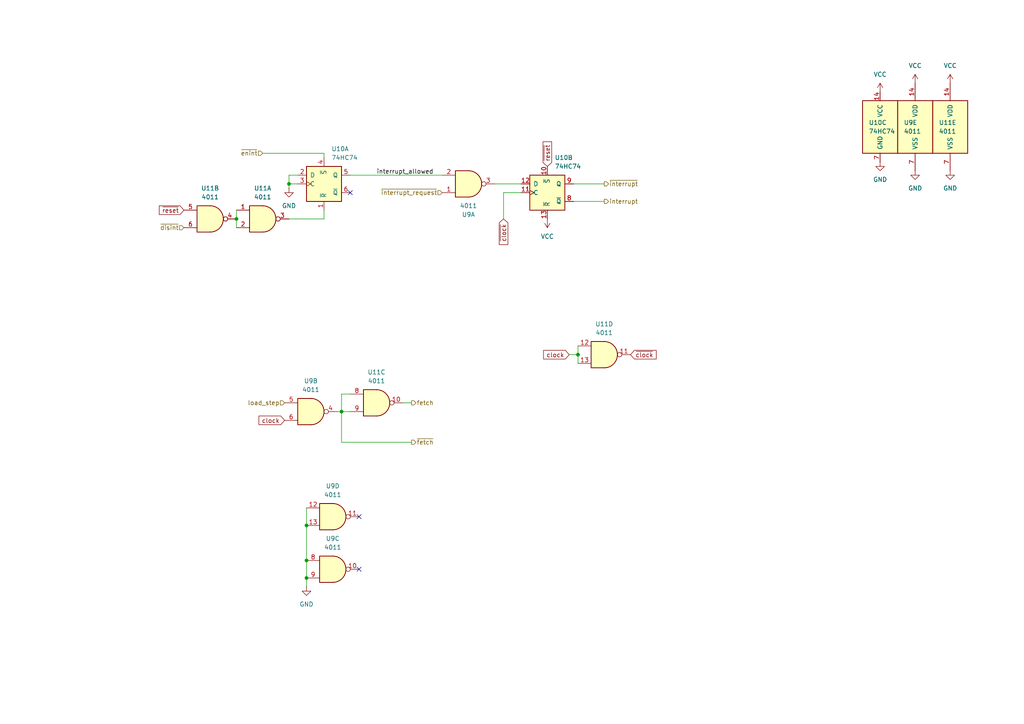
<source format=kicad_sch>
(kicad_sch (version 20250114) (generator "eeschema") (generator_version "9.0")
  (paper "A4")
  (title_block (title "PC-12 Sequencer and Instruction Register") (rev "A"))
  (lib_symbols
    (symbol "4xxx:4011" (pin_names (offset 1.016))
      (property "Reference" "U" (at 0 1.27 0))
      (property "Value" "4011" (at 0 -1.27 0))
      (symbol "4011_1_1"
        (arc (start 0 3.81) (mid 3.7934 0) (end 0 -3.81) (stroke (width 0.254)) (fill (type background)))
        (polyline (pts (xy 0 3.81) (xy -3.81 3.81) (xy -3.81 -3.81) (xy 0 -3.81)) (stroke (width 0.254)) (fill (type background)))
        (pin input line (at -7.62 2.54 0) (length 3.81) (name "~") (number "1"))
        (pin input line (at -7.62 -2.54 0) (length 3.81) (name "~") (number "2"))
        (pin output inverted (at 7.62 0 180) (length 3.81) (name "~") (number "3"))
      )
      (symbol "4011_1_2"
        (arc (start -3.81 3.81) (mid -2.589 0) (end -3.81 -3.81) (stroke (width 0.254)))
        (polyline (pts (xy -3.81 3.81) (xy -0.635 3.81)) (stroke (width 0.254)) (fill (type background)))
        (polyline (pts (xy -3.81 -3.81) (xy -0.635 -3.81)) (stroke (width 0.254)) (fill (type background)))
        (arc (start 3.81 0) (mid 2.1855 -2.584) (end -0.6096 -3.81) (stroke (width 0.254)) (fill (type background)))
        (arc (start -0.6096 3.81) (mid 2.1928 2.5924) (end 3.81 0) (stroke (width 0.254)) (fill (type background)))
        (polyline (pts (xy -0.635 3.81) (xy -3.81 3.81) (xy -3.81 3.81) (xy -3.556 3.4036) (xy -3.0226 2.2606) (xy -2.6924 1.0414) (xy -2.6162 -0.254) (xy -2.7686 -1.4986) (xy -3.175 -2.7178) (xy -3.81 -3.81) (xy -3.81 -3.81) (xy -0.635 -3.81)) (stroke (width -25.4)) (fill (type background)))
        (pin input inverted (at -7.62 2.54 0) (length 4.318) (name "~") (number "1"))
        (pin input inverted (at -7.62 -2.54 0) (length 4.318) (name "~") (number "2"))
        (pin output line (at 7.62 0 180) (length 3.81) (name "~") (number "3"))
      )
      (symbol "4011_2_1"
        (arc (start 0 3.81) (mid 3.7934 0) (end 0 -3.81) (stroke (width 0.254)) (fill (type background)))
        (polyline (pts (xy 0 3.81) (xy -3.81 3.81) (xy -3.81 -3.81) (xy 0 -3.81)) (stroke (width 0.254)) (fill (type background)))
        (pin input line (at -7.62 2.54 0) (length 3.81) (name "~") (number "5"))
        (pin input line (at -7.62 -2.54 0) (length 3.81) (name "~") (number "6"))
        (pin output inverted (at 7.62 0 180) (length 3.81) (name "~") (number "4"))
      )
      (symbol "4011_2_2"
        (arc (start -3.81 3.81) (mid -2.589 0) (end -3.81 -3.81) (stroke (width 0.254)))
        (polyline (pts (xy -3.81 3.81) (xy -0.635 3.81)) (stroke (width 0.254)) (fill (type background)))
        (polyline (pts (xy -3.81 -3.81) (xy -0.635 -3.81)) (stroke (width 0.254)) (fill (type background)))
        (arc (start 3.81 0) (mid 2.1855 -2.584) (end -0.6096 -3.81) (stroke (width 0.254)) (fill (type background)))
        (arc (start -0.6096 3.81) (mid 2.1928 2.5924) (end 3.81 0) (stroke (width 0.254)) (fill (type background)))
        (polyline (pts (xy -0.635 3.81) (xy -3.81 3.81) (xy -3.81 3.81) (xy -3.556 3.4036) (xy -3.0226 2.2606) (xy -2.6924 1.0414) (xy -2.6162 -0.254) (xy -2.7686 -1.4986) (xy -3.175 -2.7178) (xy -3.81 -3.81) (xy -3.81 -3.81) (xy -0.635 -3.81)) (stroke (width -25.4)) (fill (type background)))
        (pin input inverted (at -7.62 2.54 0) (length 4.318) (name "~") (number "5"))
        (pin input inverted (at -7.62 -2.54 0) (length 4.318) (name "~") (number "6"))
        (pin output line (at 7.62 0 180) (length 3.81) (name "~") (number "4"))
      )
      (symbol "4011_3_1"
        (arc (start 0 3.81) (mid 3.7934 0) (end 0 -3.81) (stroke (width 0.254)) (fill (type background)))
        (polyline (pts (xy 0 3.81) (xy -3.81 3.81) (xy -3.81 -3.81) (xy 0 -3.81)) (stroke (width 0.254)) (fill (type background)))
        (pin input line (at -7.62 2.54 0) (length 3.81) (name "~") (number "8"))
        (pin input line (at -7.62 -2.54 0) (length 3.81) (name "~") (number "9"))
        (pin output inverted (at 7.62 0 180) (length 3.81) (name "~") (number "10"))
      )
      (symbol "4011_3_2"
        (arc (start -3.81 3.81) (mid -2.589 0) (end -3.81 -3.81) (stroke (width 0.254)))
        (polyline (pts (xy -3.81 3.81) (xy -0.635 3.81)) (stroke (width 0.254)) (fill (type background)))
        (polyline (pts (xy -3.81 -3.81) (xy -0.635 -3.81)) (stroke (width 0.254)) (fill (type background)))
        (arc (start 3.81 0) (mid 2.1855 -2.584) (end -0.6096 -3.81) (stroke (width 0.254)) (fill (type background)))
        (arc (start -0.6096 3.81) (mid 2.1928 2.5924) (end 3.81 0) (stroke (width 0.254)) (fill (type background)))
        (polyline (pts (xy -0.635 3.81) (xy -3.81 3.81) (xy -3.81 3.81) (xy -3.556 3.4036) (xy -3.0226 2.2606) (xy -2.6924 1.0414) (xy -2.6162 -0.254) (xy -2.7686 -1.4986) (xy -3.175 -2.7178) (xy -3.81 -3.81) (xy -3.81 -3.81) (xy -0.635 -3.81)) (stroke (width -25.4)) (fill (type background)))
        (pin input inverted (at -7.62 2.54 0) (length 4.318) (name "~") (number "8"))
        (pin input inverted (at -7.62 -2.54 0) (length 4.318) (name "~") (number "9"))
        (pin output line (at 7.62 0 180) (length 3.81) (name "~") (number "10"))
      )
      (symbol "4011_4_1"
        (arc (start 0 3.81) (mid 3.7934 0) (end 0 -3.81) (stroke (width 0.254)) (fill (type background)))
        (polyline (pts (xy 0 3.81) (xy -3.81 3.81) (xy -3.81 -3.81) (xy 0 -3.81)) (stroke (width 0.254)) (fill (type background)))
        (pin input line (at -7.62 2.54 0) (length 3.81) (name "~") (number "12"))
        (pin input line (at -7.62 -2.54 0) (length 3.81) (name "~") (number "13"))
        (pin output inverted (at 7.62 0 180) (length 3.81) (name "~") (number "11"))
      )
      (symbol "4011_4_2"
        (arc (start -3.81 3.81) (mid -2.589 0) (end -3.81 -3.81) (stroke (width 0.254)))
        (polyline (pts (xy -3.81 3.81) (xy -0.635 3.81)) (stroke (width 0.254)) (fill (type background)))
        (polyline (pts (xy -3.81 -3.81) (xy -0.635 -3.81)) (stroke (width 0.254)) (fill (type background)))
        (arc (start 3.81 0) (mid 2.1855 -2.584) (end -0.6096 -3.81) (stroke (width 0.254)) (fill (type background)))
        (arc (start -0.6096 3.81) (mid 2.1928 2.5924) (end 3.81 0) (stroke (width 0.254)) (fill (type background)))
        (polyline (pts (xy -0.635 3.81) (xy -3.81 3.81) (xy -3.81 3.81) (xy -3.556 3.4036) (xy -3.0226 2.2606) (xy -2.6924 1.0414) (xy -2.6162 -0.254) (xy -2.7686 -1.4986) (xy -3.175 -2.7178) (xy -3.81 -3.81) (xy -3.81 -3.81) (xy -0.635 -3.81)) (stroke (width -25.4)) (fill (type background)))
        (pin input inverted (at -7.62 2.54 0) (length 4.318) (name "~") (number "12"))
        (pin input inverted (at -7.62 -2.54 0) (length 4.318) (name "~") (number "13"))
        (pin output line (at 7.62 0 180) (length 3.81) (name "~") (number "11"))
      )
      (symbol "4011_5_0"
        (pin power_in line (at 0 12.7 270) (length 5.08) (name "VDD") (number "14"))
        (pin power_in line (at 0 -12.7 90) (length 5.08) (name "VSS") (number "7"))
      )
      (symbol "4011_5_1"
        (rectangle (start -5.08 7.62) (end 5.08 -7.62) (stroke (width 0.254)) (fill (type background)))
      )
    )
    (symbol "74xx:74HC74" (pin_names (offset 1.016))
      (property "Reference" "U" (at -7.62 8.89 0))
      (property "Value" "74HC74" (at -7.62 -8.89 0))
      (symbol "74HC74_1_0"
        (pin input line (at -7.62 2.54 0) (length 2.54) (name "D") (number "2"))
        (pin input clock (at -7.62 0 0) (length 2.54) (name "C") (number "3"))
        (pin input line (at 0 7.62 270) (length 2.54) (name "~{S}") (number "4"))
        (pin input line (at 0 -7.62 90) (length 2.54) (name "~{R}") (number "1"))
        (pin output line (at 7.62 2.54 180) (length 2.54) (name "Q") (number "5"))
        (pin output line (at 7.62 -2.54 180) (length 2.54) (name "~{Q}") (number "6"))
      )
      (symbol "74HC74_1_1"
        (rectangle (start -5.08 5.08) (end 5.08 -5.08) (stroke (width 0.254)) (fill (type background)))
      )
      (symbol "74HC74_2_0"
        (pin input line (at -7.62 2.54 0) (length 2.54) (name "D") (number "12"))
        (pin input clock (at -7.62 0 0) (length 2.54) (name "C") (number "11"))
        (pin input line (at 0 7.62 270) (length 2.54) (name "~{S}") (number "10"))
        (pin input line (at 0 -7.62 90) (length 2.54) (name "~{R}") (number "13"))
        (pin output line (at 7.62 2.54 180) (length 2.54) (name "Q") (number "9"))
        (pin output line (at 7.62 -2.54 180) (length 2.54) (name "~{Q}") (number "8"))
      )
      (symbol "74HC74_2_1"
        (rectangle (start -5.08 5.08) (end 5.08 -5.08) (stroke (width 0.254)) (fill (type background)))
      )
      (symbol "74HC74_3_0"
        (pin power_in line (at 0 10.16 270) (length 2.54) (name "VCC") (number "14"))
        (pin power_in line (at 0 -10.16 90) (length 2.54) (name "GND") (number "7"))
      )
      (symbol "74HC74_3_1"
        (rectangle (start -5.08 7.62) (end 5.08 -7.62) (stroke (width 0.254)) (fill (type background)))
      )
    )
    (symbol "power:GND" (power) (pin_numbers (hide yes)) (pin_names (offset 0) (hide yes))
      (property "Value" "GND" (at 0 -3.81 0))
      (symbol "GND_0_1"
        (polyline (pts (xy 0 0) (xy 0 -1.27) (xy 1.27 -1.27) (xy 0 -2.54) (xy -1.27 -1.27) (xy 0 -1.27)))
      )
      (symbol "GND_1_1"
        (pin power_in line (at 0 0 270) (length 0) (name "~") (number "1"))
      )
    )
    (symbol "power:VCC" (power) (pin_numbers (hide yes)) (pin_names (offset 0) (hide yes))
      (property "Value" "VCC" (at 0 3.556 0))
      (symbol "VCC_0_1"
        (polyline (pts (xy -0.762 1.27) (xy 0 2.54)))
        (polyline (pts (xy 0 2.54) (xy 0.762 1.27)))
        (polyline (pts (xy 0 0) (xy 0 2.54)))
      )
      (symbol "VCC_1_1"
        (pin power_in line (at 0 0 90) (length 0) (name "~") (number "1"))
      )
    )
  )
  (junction (at 167.64 102.87))
  (junction (at 68.58 63.5))
  (junction (at 99.06 119.38))
  (junction (at 88.9 162.56))
  (junction (at 88.9 152.4))
  (junction (at 88.9 167.64))
  (junction (at 83.82 53.34))
  (no_connect (at 104.14 149.86))
  (no_connect (at 101.6 55.88))
  (no_connect (at 104.14 165.1))
  (wire (pts (xy 86.36 50.8) (xy 83.82 50.8)))
  (wire (pts (xy 93.98 45.72) (xy 93.98 44.45)))
  (wire (pts (xy 83.82 53.34) (xy 86.36 53.34)))
  (wire (pts (xy 83.82 50.8) (xy 83.82 53.34)))
  (wire (pts (xy 167.64 102.87) (xy 167.64 105.41)))
  (wire (pts (xy 101.6 114.3) (xy 99.06 114.3)))
  (wire (pts (xy 99.06 114.3) (xy 99.06 119.38)))
  (wire (pts (xy 88.9 152.4) (xy 88.9 162.56)))
  (wire (pts (xy 175.26 53.34) (xy 166.37 53.34)))
  (wire (pts (xy 88.9 162.56) (xy 88.9 167.64)))
  (wire (pts (xy 68.58 60.96) (xy 68.58 63.5)))
  (wire (pts (xy 99.06 119.38) (xy 101.6 119.38)))
  (wire (pts (xy 88.9 147.32) (xy 88.9 152.4)))
  (wire (pts (xy 97.79 119.38) (xy 99.06 119.38)))
  (wire (pts (xy 83.82 53.34) (xy 83.82 54.61)))
  (wire (pts (xy 175.26 58.42) (xy 166.37 58.42)))
  (wire (pts (xy 99.06 128.27) (xy 119.38 128.27)))
  (wire (pts (xy 116.84 116.84) (xy 119.38 116.84)))
  (wire (pts (xy 146.05 55.88) (xy 146.05 63.5)))
  (wire (pts (xy 165.1 102.87) (xy 167.64 102.87)))
  (wire (pts (xy 101.6 50.8) (xy 128.27 50.8)))
  (wire (pts (xy 83.82 63.5) (xy 93.98 63.5)))
  (wire (pts (xy 93.98 60.96) (xy 93.98 63.5)))
  (wire (pts (xy 99.06 119.38) (xy 99.06 128.27)))
  (wire (pts (xy 88.9 167.64) (xy 88.9 170.18)))
  (wire (pts (xy 143.51 53.34) (xy 151.13 53.34)))
  (wire (pts (xy 68.58 63.5) (xy 68.58 66.04)))
  (wire (pts (xy 151.13 55.88) (xy 146.05 55.88)))
  (wire (pts (xy 93.98 44.45) (xy 76.2 44.45)))
  (wire (pts (xy 167.64 100.33) (xy 167.64 102.87)))
  (label "interrupt_allowed" (at 109.22 50.8 0))
  (global_label "~{clock}" (shape input) (at 182.88 102.87 0) (property "Intersheetrefs" "${INTERSHEET_REFS}" (effects (hide yes))))
  (global_label "~{reset}" (shape input) (at 53.34 60.96 180) (property "Intersheetrefs" "${INTERSHEET_REFS}" (effects (hide yes))))
  (global_label "~{reset}" (shape input) (at 158.75 48.26 90) (property "Intersheetrefs" "${INTERSHEET_REFS}" (effects (hide yes))))
  (global_label "clock" (shape input) (at 165.1 102.87 180) (property "Intersheetrefs" "${INTERSHEET_REFS}" (effects (hide yes))))
  (global_label "~{clock}" (shape input) (at 146.05 63.5 270) (property "Intersheetrefs" "${INTERSHEET_REFS}" (effects (hide yes))))
  (global_label "clock" (shape input) (at 82.55 121.92 180) (property "Intersheetrefs" "${INTERSHEET_REFS}" (effects (hide yes))))
  (hierarchical_label "interrupt" (shape output) (at 175.26 58.42 0))
  (hierarchical_label "fetch" (shape output) (at 119.38 116.84 0))
  (hierarchical_label "~{interrupt}" (shape output) (at 175.26 53.34 0))
  (hierarchical_label "~{enint}" (shape input) (at 76.2 44.45 180))
  (hierarchical_label "~{interrupt_request}" (shape input) (at 128.27 55.88 180))
  (hierarchical_label "~{disint}" (shape input) (at 53.34 66.04 180))
  (hierarchical_label "load_step" (shape input) (at 82.55 116.84 180))
  (hierarchical_label "~{fetch}" (shape output) (at 119.38 128.27 0))
  (symbol (lib_id "4xxx:4011") (at 275.59 36.83 0) (unit 5)
    (property "Reference" "U11" (at 272.288 35.56 0) (effects (justify left)))
    (property "Value" "4011" (at 272.288 38.1 0) (effects (justify left)))
    (property "Footprint" "Package_DIP:DIP-14_W7.62mm" (effects (hide yes)))
    (property "Datasheet" "http://www.intersil.com/content/dam/Intersil/documents/cd40/cd4011bms-12bms-23bms.pdf" (effects (hide yes)))
    (property "Description" "Quad Nand 2 inputs" (effects (hide yes)))
  )
  (symbol (lib_id "4xxx:4011") (at 96.52 149.86 0) (unit 4)
    (property "Reference" "U9" (at 96.5117 140.97 0))
    (property "Value" "4011" (at 96.5117 143.51 0))
    (property "Footprint" "Package_DIP:DIP-14_W7.62mm" (effects (hide yes)))
    (property "Datasheet" "http://www.intersil.com/content/dam/Intersil/documents/cd40/cd4011bms-12bms-23bms.pdf" (effects (hide yes)))
    (property "Description" "Quad Nand 2 inputs" (effects (hide yes)))
  )
  (symbol (lib_id "4xxx:4011") (at 135.89 53.34 0) (mirror x) (unit 1)
    (property "Reference" "U9" (at 135.8817 62.23 0))
    (property "Value" "4011" (at 135.8817 59.69 0))
    (property "Footprint" "Package_DIP:DIP-14_W7.62mm" (effects (hide yes)))
    (property "Datasheet" "http://www.intersil.com/content/dam/Intersil/documents/cd40/cd4011bms-12bms-23bms.pdf" (effects (hide yes)))
    (property "Description" "Quad Nand 2 inputs" (effects (hide yes)))
  )
  (symbol (lib_id "4xxx:4011") (at 60.96 63.5 0) (unit 2)
    (property "Reference" "U11" (at 60.9517 54.61 0))
    (property "Value" "4011" (at 60.9517 57.15 0))
    (property "Footprint" "Package_DIP:DIP-14_W7.62mm" (effects (hide yes)))
    (property "Datasheet" "http://www.intersil.com/content/dam/Intersil/documents/cd40/cd4011bms-12bms-23bms.pdf" (effects (hide yes)))
    (property "Description" "Quad Nand 2 inputs" (effects (hide yes)))
  )
  (symbol (lib_id "power:VCC") (at 275.59 24.13 0) (unit 1)
    (property "Reference" "#PWR028" (effects (hide yes)))
    (property "Value" "VCC" (at 275.59 19.05 0))
    (property "Description" "Power symbol creates a global label with name \"VCC\"" (effects (hide yes)))
  )
  (symbol (lib_id "power:GND") (at 83.82 54.61 0) (unit 1)
    (property "Reference" "#PWR029" (effects (hide yes)))
    (property "Value" "GND" (at 83.82 59.69 0))
    (property "Description" "Power symbol creates a global label with name \"GND\" , ground" (effects (hide yes)))
  )
  (symbol (lib_id "74xx:74HC74") (at 255.27 36.83 0) (unit 3)
    (property "Reference" "U10" (at 251.968 35.56 0) (effects (justify left)))
    (property "Value" "74HC74" (at 251.968 38.1 0) (effects (justify left)))
    (property "Footprint" "Package_DIP:DIP-14_W7.62mm" (effects (hide yes)))
    (property "Datasheet" "74xx/74hc_hct74.pdf" (effects (hide yes)))
    (property "Description" "Dual D Flip-flop, Set & Reset" (effects (hide yes)))
  )
  (symbol (lib_id "74xx:74HC74") (at 93.98 53.34 0) (unit 1)
    (property "Reference" "U10" (at 96.1233 43.18 0) (effects (justify left)))
    (property "Value" "74HC74" (at 96.1233 45.72 0) (effects (justify left)))
    (property "Footprint" "Package_DIP:DIP-14_W7.62mm" (effects (hide yes)))
    (property "Datasheet" "74xx/74hc_hct74.pdf" (effects (hide yes)))
    (property "Description" "Dual D Flip-flop, Set & Reset" (effects (hide yes)))
  )
  (symbol (lib_id "power:GND") (at 88.9 170.18 0) (unit 1)
    (property "Reference" "#PWR034" (effects (hide yes)))
    (property "Value" "GND" (at 88.9 175.26 0))
    (property "Description" "Power symbol creates a global label with name \"GND\" , ground" (effects (hide yes)))
  )
  (symbol (lib_id "power:VCC") (at 265.43 24.13 0) (unit 1)
    (property "Reference" "#PWR020" (effects (hide yes)))
    (property "Value" "VCC" (at 265.43 19.05 0))
    (property "Description" "Power symbol creates a global label with name \"VCC\"" (effects (hide yes)))
  )
  (symbol (lib_id "4xxx:4011") (at 76.2 63.5 0) (unit 1)
    (property "Reference" "U11" (at 76.1917 54.61 0))
    (property "Value" "4011" (at 76.1917 57.15 0))
    (property "Footprint" "Package_DIP:DIP-14_W7.62mm" (effects (hide yes)))
    (property "Datasheet" "http://www.intersil.com/content/dam/Intersil/documents/cd40/cd4011bms-12bms-23bms.pdf" (effects (hide yes)))
    (property "Description" "Quad Nand 2 inputs" (effects (hide yes)))
  )
  (symbol (lib_id "4xxx:4011") (at 175.26 102.87 0) (unit 4)
    (property "Reference" "U11" (at 175.2517 93.98 0))
    (property "Value" "4011" (at 175.2517 96.52 0))
    (property "Footprint" "Package_DIP:DIP-14_W7.62mm" (effects (hide yes)))
    (property "Datasheet" "http://www.intersil.com/content/dam/Intersil/documents/cd40/cd4011bms-12bms-23bms.pdf" (effects (hide yes)))
    (property "Description" "Quad Nand 2 inputs" (effects (hide yes)))
  )
  (symbol (lib_id "power:GND") (at 265.43 49.53 0) (unit 1)
    (property "Reference" "#PWR025" (effects (hide yes)))
    (property "Value" "GND" (at 265.43 54.61 0))
    (property "Description" "Power symbol creates a global label with name \"GND\" , ground" (effects (hide yes)))
  )
  (symbol (lib_id "4xxx:4011") (at 109.22 116.84 0) (unit 3)
    (property "Reference" "U11" (at 109.2117 107.95 0))
    (property "Value" "4011" (at 109.2117 110.49 0))
    (property "Footprint" "Package_DIP:DIP-14_W7.62mm" (effects (hide yes)))
    (property "Datasheet" "http://www.intersil.com/content/dam/Intersil/documents/cd40/cd4011bms-12bms-23bms.pdf" (effects (hide yes)))
    (property "Description" "Quad Nand 2 inputs" (effects (hide yes)))
  )
  (symbol (lib_id "4xxx:4011") (at 265.43 36.83 0) (unit 5)
    (property "Reference" "U9" (at 262.128 35.56 0) (effects (justify left)))
    (property "Value" "4011" (at 262.128 38.1 0) (effects (justify left)))
    (property "Footprint" "Package_DIP:DIP-14_W7.62mm" (effects (hide yes)))
    (property "Datasheet" "http://www.intersil.com/content/dam/Intersil/documents/cd40/cd4011bms-12bms-23bms.pdf" (effects (hide yes)))
    (property "Description" "Quad Nand 2 inputs" (effects (hide yes)))
  )
  (symbol (lib_id "power:VCC") (at 158.75 63.5 180) (unit 1)
    (property "Reference" "#PWR031" (effects (hide yes)))
    (property "Value" "VCC" (at 158.75 68.58 0))
    (property "Description" "Power symbol creates a global label with name \"VCC\"" (effects (hide yes)))
  )
  (symbol (lib_id "4xxx:4011") (at 90.17 119.38 0) (unit 2)
    (property "Reference" "U9" (at 90.1617 110.49 0))
    (property "Value" "4011" (at 90.1617 113.03 0))
    (property "Footprint" "Package_DIP:DIP-14_W7.62mm" (effects (hide yes)))
    (property "Datasheet" "http://www.intersil.com/content/dam/Intersil/documents/cd40/cd4011bms-12bms-23bms.pdf" (effects (hide yes)))
    (property "Description" "Quad Nand 2 inputs" (effects (hide yes)))
  )
  (symbol (lib_id "power:VCC") (at 255.27 26.67 0) (unit 1)
    (property "Reference" "#PWR026" (effects (hide yes)))
    (property "Value" "VCC" (at 255.27 21.59 0))
    (property "Description" "Power symbol creates a global label with name \"VCC\"" (effects (hide yes)))
  )
  (symbol (lib_id "power:GND") (at 255.27 46.99 0) (unit 1)
    (property "Reference" "#PWR027" (effects (hide yes)))
    (property "Value" "GND" (at 255.27 52.07 0))
    (property "Description" "Power symbol creates a global label with name \"GND\" , ground" (effects (hide yes)))
  )
  (symbol (lib_id "4xxx:4011") (at 96.52 165.1 0) (unit 3)
    (property "Reference" "U9" (at 96.5117 156.21 0))
    (property "Value" "4011" (at 96.5117 158.75 0))
    (property "Footprint" "Package_DIP:DIP-14_W7.62mm" (effects (hide yes)))
    (property "Datasheet" "http://www.intersil.com/content/dam/Intersil/documents/cd40/cd4011bms-12bms-23bms.pdf" (effects (hide yes)))
    (property "Description" "Quad Nand 2 inputs" (effects (hide yes)))
  )
  (symbol (lib_id "74xx:74HC74") (at 158.75 55.88 0) (unit 2)
    (property "Reference" "U10" (at 160.8933 45.72 0) (effects (justify left)))
    (property "Value" "74HC74" (at 160.8933 48.26 0) (effects (justify left)))
    (property "Footprint" "Package_DIP:DIP-14_W7.62mm" (effects (hide yes)))
    (property "Datasheet" "74xx/74hc_hct74.pdf" (effects (hide yes)))
    (property "Description" "Dual D Flip-flop, Set & Reset" (effects (hide yes)))
  )
  (symbol (lib_id "power:GND") (at 275.59 49.53 0) (unit 1)
    (property "Reference" "#PWR030" (effects (hide yes)))
    (property "Value" "GND" (at 275.59 54.61 0))
    (property "Description" "Power symbol creates a global label with name \"GND\" , ground" (effects (hide yes)))
  )
)
</source>
